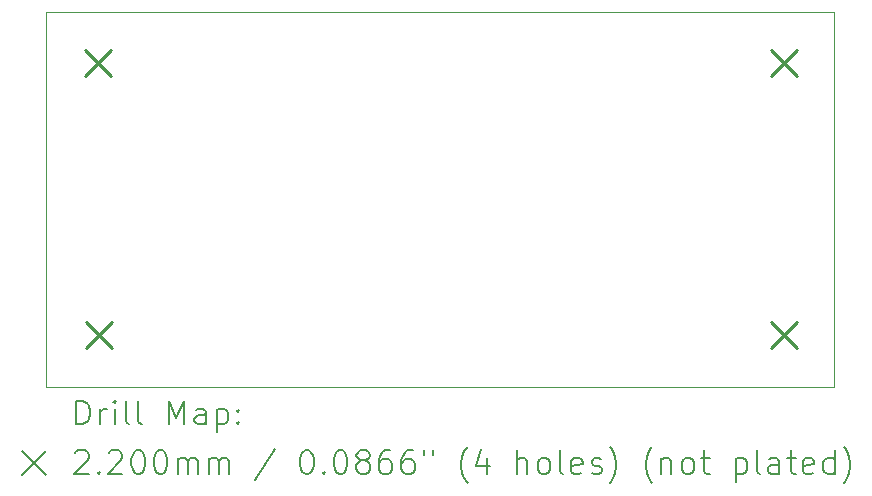
<source format=gbr>
%TF.GenerationSoftware,KiCad,Pcbnew,7.0.10*%
%TF.CreationDate,2024-02-21T14:32:48-05:00*%
%TF.ProjectId,main_buck_board,6d61696e-5f62-4756-936b-5f626f617264,rev?*%
%TF.SameCoordinates,Original*%
%TF.FileFunction,Drillmap*%
%TF.FilePolarity,Positive*%
%FSLAX45Y45*%
G04 Gerber Fmt 4.5, Leading zero omitted, Abs format (unit mm)*
G04 Created by KiCad (PCBNEW 7.0.10) date 2024-02-21 14:32:48*
%MOMM*%
%LPD*%
G01*
G04 APERTURE LIST*
%ADD10C,0.100000*%
%ADD11C,0.200000*%
%ADD12C,0.220000*%
G04 APERTURE END LIST*
D10*
X14339250Y-9398000D02*
X21006750Y-9398000D01*
X21006750Y-12573000D01*
X14339250Y-12573000D01*
X14339250Y-9398000D01*
D11*
D12*
X14671000Y-9721000D02*
X14891000Y-9941000D01*
X14891000Y-9721000D02*
X14671000Y-9941000D01*
X14677000Y-12026000D02*
X14897000Y-12246000D01*
X14897000Y-12026000D02*
X14677000Y-12246000D01*
X20474000Y-9721000D02*
X20694000Y-9941000D01*
X20694000Y-9721000D02*
X20474000Y-9941000D01*
X20474000Y-12020000D02*
X20694000Y-12240000D01*
X20694000Y-12020000D02*
X20474000Y-12240000D01*
D11*
X14595027Y-12889484D02*
X14595027Y-12689484D01*
X14595027Y-12689484D02*
X14642646Y-12689484D01*
X14642646Y-12689484D02*
X14671217Y-12699008D01*
X14671217Y-12699008D02*
X14690265Y-12718055D01*
X14690265Y-12718055D02*
X14699789Y-12737103D01*
X14699789Y-12737103D02*
X14709312Y-12775198D01*
X14709312Y-12775198D02*
X14709312Y-12803769D01*
X14709312Y-12803769D02*
X14699789Y-12841865D01*
X14699789Y-12841865D02*
X14690265Y-12860912D01*
X14690265Y-12860912D02*
X14671217Y-12879960D01*
X14671217Y-12879960D02*
X14642646Y-12889484D01*
X14642646Y-12889484D02*
X14595027Y-12889484D01*
X14795027Y-12889484D02*
X14795027Y-12756150D01*
X14795027Y-12794246D02*
X14804551Y-12775198D01*
X14804551Y-12775198D02*
X14814074Y-12765674D01*
X14814074Y-12765674D02*
X14833122Y-12756150D01*
X14833122Y-12756150D02*
X14852170Y-12756150D01*
X14918836Y-12889484D02*
X14918836Y-12756150D01*
X14918836Y-12689484D02*
X14909312Y-12699008D01*
X14909312Y-12699008D02*
X14918836Y-12708531D01*
X14918836Y-12708531D02*
X14928360Y-12699008D01*
X14928360Y-12699008D02*
X14918836Y-12689484D01*
X14918836Y-12689484D02*
X14918836Y-12708531D01*
X15042646Y-12889484D02*
X15023598Y-12879960D01*
X15023598Y-12879960D02*
X15014074Y-12860912D01*
X15014074Y-12860912D02*
X15014074Y-12689484D01*
X15147408Y-12889484D02*
X15128360Y-12879960D01*
X15128360Y-12879960D02*
X15118836Y-12860912D01*
X15118836Y-12860912D02*
X15118836Y-12689484D01*
X15375979Y-12889484D02*
X15375979Y-12689484D01*
X15375979Y-12689484D02*
X15442646Y-12832341D01*
X15442646Y-12832341D02*
X15509312Y-12689484D01*
X15509312Y-12689484D02*
X15509312Y-12889484D01*
X15690265Y-12889484D02*
X15690265Y-12784722D01*
X15690265Y-12784722D02*
X15680741Y-12765674D01*
X15680741Y-12765674D02*
X15661693Y-12756150D01*
X15661693Y-12756150D02*
X15623598Y-12756150D01*
X15623598Y-12756150D02*
X15604551Y-12765674D01*
X15690265Y-12879960D02*
X15671217Y-12889484D01*
X15671217Y-12889484D02*
X15623598Y-12889484D01*
X15623598Y-12889484D02*
X15604551Y-12879960D01*
X15604551Y-12879960D02*
X15595027Y-12860912D01*
X15595027Y-12860912D02*
X15595027Y-12841865D01*
X15595027Y-12841865D02*
X15604551Y-12822817D01*
X15604551Y-12822817D02*
X15623598Y-12813293D01*
X15623598Y-12813293D02*
X15671217Y-12813293D01*
X15671217Y-12813293D02*
X15690265Y-12803769D01*
X15785503Y-12756150D02*
X15785503Y-12956150D01*
X15785503Y-12765674D02*
X15804551Y-12756150D01*
X15804551Y-12756150D02*
X15842646Y-12756150D01*
X15842646Y-12756150D02*
X15861693Y-12765674D01*
X15861693Y-12765674D02*
X15871217Y-12775198D01*
X15871217Y-12775198D02*
X15880741Y-12794246D01*
X15880741Y-12794246D02*
X15880741Y-12851388D01*
X15880741Y-12851388D02*
X15871217Y-12870436D01*
X15871217Y-12870436D02*
X15861693Y-12879960D01*
X15861693Y-12879960D02*
X15842646Y-12889484D01*
X15842646Y-12889484D02*
X15804551Y-12889484D01*
X15804551Y-12889484D02*
X15785503Y-12879960D01*
X15966455Y-12870436D02*
X15975979Y-12879960D01*
X15975979Y-12879960D02*
X15966455Y-12889484D01*
X15966455Y-12889484D02*
X15956932Y-12879960D01*
X15956932Y-12879960D02*
X15966455Y-12870436D01*
X15966455Y-12870436D02*
X15966455Y-12889484D01*
X15966455Y-12765674D02*
X15975979Y-12775198D01*
X15975979Y-12775198D02*
X15966455Y-12784722D01*
X15966455Y-12784722D02*
X15956932Y-12775198D01*
X15956932Y-12775198D02*
X15966455Y-12765674D01*
X15966455Y-12765674D02*
X15966455Y-12784722D01*
X14134250Y-13118000D02*
X14334250Y-13318000D01*
X14334250Y-13118000D02*
X14134250Y-13318000D01*
X14585503Y-13128531D02*
X14595027Y-13119008D01*
X14595027Y-13119008D02*
X14614074Y-13109484D01*
X14614074Y-13109484D02*
X14661693Y-13109484D01*
X14661693Y-13109484D02*
X14680741Y-13119008D01*
X14680741Y-13119008D02*
X14690265Y-13128531D01*
X14690265Y-13128531D02*
X14699789Y-13147579D01*
X14699789Y-13147579D02*
X14699789Y-13166627D01*
X14699789Y-13166627D02*
X14690265Y-13195198D01*
X14690265Y-13195198D02*
X14575979Y-13309484D01*
X14575979Y-13309484D02*
X14699789Y-13309484D01*
X14785503Y-13290436D02*
X14795027Y-13299960D01*
X14795027Y-13299960D02*
X14785503Y-13309484D01*
X14785503Y-13309484D02*
X14775979Y-13299960D01*
X14775979Y-13299960D02*
X14785503Y-13290436D01*
X14785503Y-13290436D02*
X14785503Y-13309484D01*
X14871217Y-13128531D02*
X14880741Y-13119008D01*
X14880741Y-13119008D02*
X14899789Y-13109484D01*
X14899789Y-13109484D02*
X14947408Y-13109484D01*
X14947408Y-13109484D02*
X14966455Y-13119008D01*
X14966455Y-13119008D02*
X14975979Y-13128531D01*
X14975979Y-13128531D02*
X14985503Y-13147579D01*
X14985503Y-13147579D02*
X14985503Y-13166627D01*
X14985503Y-13166627D02*
X14975979Y-13195198D01*
X14975979Y-13195198D02*
X14861693Y-13309484D01*
X14861693Y-13309484D02*
X14985503Y-13309484D01*
X15109312Y-13109484D02*
X15128360Y-13109484D01*
X15128360Y-13109484D02*
X15147408Y-13119008D01*
X15147408Y-13119008D02*
X15156932Y-13128531D01*
X15156932Y-13128531D02*
X15166455Y-13147579D01*
X15166455Y-13147579D02*
X15175979Y-13185674D01*
X15175979Y-13185674D02*
X15175979Y-13233293D01*
X15175979Y-13233293D02*
X15166455Y-13271388D01*
X15166455Y-13271388D02*
X15156932Y-13290436D01*
X15156932Y-13290436D02*
X15147408Y-13299960D01*
X15147408Y-13299960D02*
X15128360Y-13309484D01*
X15128360Y-13309484D02*
X15109312Y-13309484D01*
X15109312Y-13309484D02*
X15090265Y-13299960D01*
X15090265Y-13299960D02*
X15080741Y-13290436D01*
X15080741Y-13290436D02*
X15071217Y-13271388D01*
X15071217Y-13271388D02*
X15061693Y-13233293D01*
X15061693Y-13233293D02*
X15061693Y-13185674D01*
X15061693Y-13185674D02*
X15071217Y-13147579D01*
X15071217Y-13147579D02*
X15080741Y-13128531D01*
X15080741Y-13128531D02*
X15090265Y-13119008D01*
X15090265Y-13119008D02*
X15109312Y-13109484D01*
X15299789Y-13109484D02*
X15318836Y-13109484D01*
X15318836Y-13109484D02*
X15337884Y-13119008D01*
X15337884Y-13119008D02*
X15347408Y-13128531D01*
X15347408Y-13128531D02*
X15356932Y-13147579D01*
X15356932Y-13147579D02*
X15366455Y-13185674D01*
X15366455Y-13185674D02*
X15366455Y-13233293D01*
X15366455Y-13233293D02*
X15356932Y-13271388D01*
X15356932Y-13271388D02*
X15347408Y-13290436D01*
X15347408Y-13290436D02*
X15337884Y-13299960D01*
X15337884Y-13299960D02*
X15318836Y-13309484D01*
X15318836Y-13309484D02*
X15299789Y-13309484D01*
X15299789Y-13309484D02*
X15280741Y-13299960D01*
X15280741Y-13299960D02*
X15271217Y-13290436D01*
X15271217Y-13290436D02*
X15261693Y-13271388D01*
X15261693Y-13271388D02*
X15252170Y-13233293D01*
X15252170Y-13233293D02*
X15252170Y-13185674D01*
X15252170Y-13185674D02*
X15261693Y-13147579D01*
X15261693Y-13147579D02*
X15271217Y-13128531D01*
X15271217Y-13128531D02*
X15280741Y-13119008D01*
X15280741Y-13119008D02*
X15299789Y-13109484D01*
X15452170Y-13309484D02*
X15452170Y-13176150D01*
X15452170Y-13195198D02*
X15461693Y-13185674D01*
X15461693Y-13185674D02*
X15480741Y-13176150D01*
X15480741Y-13176150D02*
X15509313Y-13176150D01*
X15509313Y-13176150D02*
X15528360Y-13185674D01*
X15528360Y-13185674D02*
X15537884Y-13204722D01*
X15537884Y-13204722D02*
X15537884Y-13309484D01*
X15537884Y-13204722D02*
X15547408Y-13185674D01*
X15547408Y-13185674D02*
X15566455Y-13176150D01*
X15566455Y-13176150D02*
X15595027Y-13176150D01*
X15595027Y-13176150D02*
X15614074Y-13185674D01*
X15614074Y-13185674D02*
X15623598Y-13204722D01*
X15623598Y-13204722D02*
X15623598Y-13309484D01*
X15718836Y-13309484D02*
X15718836Y-13176150D01*
X15718836Y-13195198D02*
X15728360Y-13185674D01*
X15728360Y-13185674D02*
X15747408Y-13176150D01*
X15747408Y-13176150D02*
X15775979Y-13176150D01*
X15775979Y-13176150D02*
X15795027Y-13185674D01*
X15795027Y-13185674D02*
X15804551Y-13204722D01*
X15804551Y-13204722D02*
X15804551Y-13309484D01*
X15804551Y-13204722D02*
X15814074Y-13185674D01*
X15814074Y-13185674D02*
X15833122Y-13176150D01*
X15833122Y-13176150D02*
X15861693Y-13176150D01*
X15861693Y-13176150D02*
X15880741Y-13185674D01*
X15880741Y-13185674D02*
X15890265Y-13204722D01*
X15890265Y-13204722D02*
X15890265Y-13309484D01*
X16280741Y-13099960D02*
X16109313Y-13357103D01*
X16537884Y-13109484D02*
X16556932Y-13109484D01*
X16556932Y-13109484D02*
X16575979Y-13119008D01*
X16575979Y-13119008D02*
X16585503Y-13128531D01*
X16585503Y-13128531D02*
X16595027Y-13147579D01*
X16595027Y-13147579D02*
X16604551Y-13185674D01*
X16604551Y-13185674D02*
X16604551Y-13233293D01*
X16604551Y-13233293D02*
X16595027Y-13271388D01*
X16595027Y-13271388D02*
X16585503Y-13290436D01*
X16585503Y-13290436D02*
X16575979Y-13299960D01*
X16575979Y-13299960D02*
X16556932Y-13309484D01*
X16556932Y-13309484D02*
X16537884Y-13309484D01*
X16537884Y-13309484D02*
X16518836Y-13299960D01*
X16518836Y-13299960D02*
X16509313Y-13290436D01*
X16509313Y-13290436D02*
X16499789Y-13271388D01*
X16499789Y-13271388D02*
X16490265Y-13233293D01*
X16490265Y-13233293D02*
X16490265Y-13185674D01*
X16490265Y-13185674D02*
X16499789Y-13147579D01*
X16499789Y-13147579D02*
X16509313Y-13128531D01*
X16509313Y-13128531D02*
X16518836Y-13119008D01*
X16518836Y-13119008D02*
X16537884Y-13109484D01*
X16690265Y-13290436D02*
X16699789Y-13299960D01*
X16699789Y-13299960D02*
X16690265Y-13309484D01*
X16690265Y-13309484D02*
X16680741Y-13299960D01*
X16680741Y-13299960D02*
X16690265Y-13290436D01*
X16690265Y-13290436D02*
X16690265Y-13309484D01*
X16823598Y-13109484D02*
X16842646Y-13109484D01*
X16842646Y-13109484D02*
X16861694Y-13119008D01*
X16861694Y-13119008D02*
X16871218Y-13128531D01*
X16871218Y-13128531D02*
X16880741Y-13147579D01*
X16880741Y-13147579D02*
X16890265Y-13185674D01*
X16890265Y-13185674D02*
X16890265Y-13233293D01*
X16890265Y-13233293D02*
X16880741Y-13271388D01*
X16880741Y-13271388D02*
X16871218Y-13290436D01*
X16871218Y-13290436D02*
X16861694Y-13299960D01*
X16861694Y-13299960D02*
X16842646Y-13309484D01*
X16842646Y-13309484D02*
X16823598Y-13309484D01*
X16823598Y-13309484D02*
X16804551Y-13299960D01*
X16804551Y-13299960D02*
X16795027Y-13290436D01*
X16795027Y-13290436D02*
X16785503Y-13271388D01*
X16785503Y-13271388D02*
X16775979Y-13233293D01*
X16775979Y-13233293D02*
X16775979Y-13185674D01*
X16775979Y-13185674D02*
X16785503Y-13147579D01*
X16785503Y-13147579D02*
X16795027Y-13128531D01*
X16795027Y-13128531D02*
X16804551Y-13119008D01*
X16804551Y-13119008D02*
X16823598Y-13109484D01*
X17004551Y-13195198D02*
X16985503Y-13185674D01*
X16985503Y-13185674D02*
X16975979Y-13176150D01*
X16975979Y-13176150D02*
X16966456Y-13157103D01*
X16966456Y-13157103D02*
X16966456Y-13147579D01*
X16966456Y-13147579D02*
X16975979Y-13128531D01*
X16975979Y-13128531D02*
X16985503Y-13119008D01*
X16985503Y-13119008D02*
X17004551Y-13109484D01*
X17004551Y-13109484D02*
X17042646Y-13109484D01*
X17042646Y-13109484D02*
X17061694Y-13119008D01*
X17061694Y-13119008D02*
X17071218Y-13128531D01*
X17071218Y-13128531D02*
X17080741Y-13147579D01*
X17080741Y-13147579D02*
X17080741Y-13157103D01*
X17080741Y-13157103D02*
X17071218Y-13176150D01*
X17071218Y-13176150D02*
X17061694Y-13185674D01*
X17061694Y-13185674D02*
X17042646Y-13195198D01*
X17042646Y-13195198D02*
X17004551Y-13195198D01*
X17004551Y-13195198D02*
X16985503Y-13204722D01*
X16985503Y-13204722D02*
X16975979Y-13214246D01*
X16975979Y-13214246D02*
X16966456Y-13233293D01*
X16966456Y-13233293D02*
X16966456Y-13271388D01*
X16966456Y-13271388D02*
X16975979Y-13290436D01*
X16975979Y-13290436D02*
X16985503Y-13299960D01*
X16985503Y-13299960D02*
X17004551Y-13309484D01*
X17004551Y-13309484D02*
X17042646Y-13309484D01*
X17042646Y-13309484D02*
X17061694Y-13299960D01*
X17061694Y-13299960D02*
X17071218Y-13290436D01*
X17071218Y-13290436D02*
X17080741Y-13271388D01*
X17080741Y-13271388D02*
X17080741Y-13233293D01*
X17080741Y-13233293D02*
X17071218Y-13214246D01*
X17071218Y-13214246D02*
X17061694Y-13204722D01*
X17061694Y-13204722D02*
X17042646Y-13195198D01*
X17252170Y-13109484D02*
X17214075Y-13109484D01*
X17214075Y-13109484D02*
X17195027Y-13119008D01*
X17195027Y-13119008D02*
X17185503Y-13128531D01*
X17185503Y-13128531D02*
X17166456Y-13157103D01*
X17166456Y-13157103D02*
X17156932Y-13195198D01*
X17156932Y-13195198D02*
X17156932Y-13271388D01*
X17156932Y-13271388D02*
X17166456Y-13290436D01*
X17166456Y-13290436D02*
X17175979Y-13299960D01*
X17175979Y-13299960D02*
X17195027Y-13309484D01*
X17195027Y-13309484D02*
X17233122Y-13309484D01*
X17233122Y-13309484D02*
X17252170Y-13299960D01*
X17252170Y-13299960D02*
X17261694Y-13290436D01*
X17261694Y-13290436D02*
X17271218Y-13271388D01*
X17271218Y-13271388D02*
X17271218Y-13223769D01*
X17271218Y-13223769D02*
X17261694Y-13204722D01*
X17261694Y-13204722D02*
X17252170Y-13195198D01*
X17252170Y-13195198D02*
X17233122Y-13185674D01*
X17233122Y-13185674D02*
X17195027Y-13185674D01*
X17195027Y-13185674D02*
X17175979Y-13195198D01*
X17175979Y-13195198D02*
X17166456Y-13204722D01*
X17166456Y-13204722D02*
X17156932Y-13223769D01*
X17442646Y-13109484D02*
X17404551Y-13109484D01*
X17404551Y-13109484D02*
X17385503Y-13119008D01*
X17385503Y-13119008D02*
X17375979Y-13128531D01*
X17375979Y-13128531D02*
X17356932Y-13157103D01*
X17356932Y-13157103D02*
X17347408Y-13195198D01*
X17347408Y-13195198D02*
X17347408Y-13271388D01*
X17347408Y-13271388D02*
X17356932Y-13290436D01*
X17356932Y-13290436D02*
X17366456Y-13299960D01*
X17366456Y-13299960D02*
X17385503Y-13309484D01*
X17385503Y-13309484D02*
X17423599Y-13309484D01*
X17423599Y-13309484D02*
X17442646Y-13299960D01*
X17442646Y-13299960D02*
X17452170Y-13290436D01*
X17452170Y-13290436D02*
X17461694Y-13271388D01*
X17461694Y-13271388D02*
X17461694Y-13223769D01*
X17461694Y-13223769D02*
X17452170Y-13204722D01*
X17452170Y-13204722D02*
X17442646Y-13195198D01*
X17442646Y-13195198D02*
X17423599Y-13185674D01*
X17423599Y-13185674D02*
X17385503Y-13185674D01*
X17385503Y-13185674D02*
X17366456Y-13195198D01*
X17366456Y-13195198D02*
X17356932Y-13204722D01*
X17356932Y-13204722D02*
X17347408Y-13223769D01*
X17537884Y-13109484D02*
X17537884Y-13147579D01*
X17614075Y-13109484D02*
X17614075Y-13147579D01*
X17909313Y-13385674D02*
X17899789Y-13376150D01*
X17899789Y-13376150D02*
X17880741Y-13347579D01*
X17880741Y-13347579D02*
X17871218Y-13328531D01*
X17871218Y-13328531D02*
X17861694Y-13299960D01*
X17861694Y-13299960D02*
X17852170Y-13252341D01*
X17852170Y-13252341D02*
X17852170Y-13214246D01*
X17852170Y-13214246D02*
X17861694Y-13166627D01*
X17861694Y-13166627D02*
X17871218Y-13138055D01*
X17871218Y-13138055D02*
X17880741Y-13119008D01*
X17880741Y-13119008D02*
X17899789Y-13090436D01*
X17899789Y-13090436D02*
X17909313Y-13080912D01*
X18071218Y-13176150D02*
X18071218Y-13309484D01*
X18023599Y-13099960D02*
X17975980Y-13242817D01*
X17975980Y-13242817D02*
X18099789Y-13242817D01*
X18328361Y-13309484D02*
X18328361Y-13109484D01*
X18414075Y-13309484D02*
X18414075Y-13204722D01*
X18414075Y-13204722D02*
X18404551Y-13185674D01*
X18404551Y-13185674D02*
X18385503Y-13176150D01*
X18385503Y-13176150D02*
X18356932Y-13176150D01*
X18356932Y-13176150D02*
X18337884Y-13185674D01*
X18337884Y-13185674D02*
X18328361Y-13195198D01*
X18537884Y-13309484D02*
X18518837Y-13299960D01*
X18518837Y-13299960D02*
X18509313Y-13290436D01*
X18509313Y-13290436D02*
X18499789Y-13271388D01*
X18499789Y-13271388D02*
X18499789Y-13214246D01*
X18499789Y-13214246D02*
X18509313Y-13195198D01*
X18509313Y-13195198D02*
X18518837Y-13185674D01*
X18518837Y-13185674D02*
X18537884Y-13176150D01*
X18537884Y-13176150D02*
X18566456Y-13176150D01*
X18566456Y-13176150D02*
X18585503Y-13185674D01*
X18585503Y-13185674D02*
X18595027Y-13195198D01*
X18595027Y-13195198D02*
X18604551Y-13214246D01*
X18604551Y-13214246D02*
X18604551Y-13271388D01*
X18604551Y-13271388D02*
X18595027Y-13290436D01*
X18595027Y-13290436D02*
X18585503Y-13299960D01*
X18585503Y-13299960D02*
X18566456Y-13309484D01*
X18566456Y-13309484D02*
X18537884Y-13309484D01*
X18718837Y-13309484D02*
X18699789Y-13299960D01*
X18699789Y-13299960D02*
X18690265Y-13280912D01*
X18690265Y-13280912D02*
X18690265Y-13109484D01*
X18871218Y-13299960D02*
X18852170Y-13309484D01*
X18852170Y-13309484D02*
X18814075Y-13309484D01*
X18814075Y-13309484D02*
X18795027Y-13299960D01*
X18795027Y-13299960D02*
X18785503Y-13280912D01*
X18785503Y-13280912D02*
X18785503Y-13204722D01*
X18785503Y-13204722D02*
X18795027Y-13185674D01*
X18795027Y-13185674D02*
X18814075Y-13176150D01*
X18814075Y-13176150D02*
X18852170Y-13176150D01*
X18852170Y-13176150D02*
X18871218Y-13185674D01*
X18871218Y-13185674D02*
X18880742Y-13204722D01*
X18880742Y-13204722D02*
X18880742Y-13223769D01*
X18880742Y-13223769D02*
X18785503Y-13242817D01*
X18956932Y-13299960D02*
X18975980Y-13309484D01*
X18975980Y-13309484D02*
X19014075Y-13309484D01*
X19014075Y-13309484D02*
X19033123Y-13299960D01*
X19033123Y-13299960D02*
X19042646Y-13280912D01*
X19042646Y-13280912D02*
X19042646Y-13271388D01*
X19042646Y-13271388D02*
X19033123Y-13252341D01*
X19033123Y-13252341D02*
X19014075Y-13242817D01*
X19014075Y-13242817D02*
X18985503Y-13242817D01*
X18985503Y-13242817D02*
X18966456Y-13233293D01*
X18966456Y-13233293D02*
X18956932Y-13214246D01*
X18956932Y-13214246D02*
X18956932Y-13204722D01*
X18956932Y-13204722D02*
X18966456Y-13185674D01*
X18966456Y-13185674D02*
X18985503Y-13176150D01*
X18985503Y-13176150D02*
X19014075Y-13176150D01*
X19014075Y-13176150D02*
X19033123Y-13185674D01*
X19109313Y-13385674D02*
X19118837Y-13376150D01*
X19118837Y-13376150D02*
X19137884Y-13347579D01*
X19137884Y-13347579D02*
X19147408Y-13328531D01*
X19147408Y-13328531D02*
X19156932Y-13299960D01*
X19156932Y-13299960D02*
X19166456Y-13252341D01*
X19166456Y-13252341D02*
X19166456Y-13214246D01*
X19166456Y-13214246D02*
X19156932Y-13166627D01*
X19156932Y-13166627D02*
X19147408Y-13138055D01*
X19147408Y-13138055D02*
X19137884Y-13119008D01*
X19137884Y-13119008D02*
X19118837Y-13090436D01*
X19118837Y-13090436D02*
X19109313Y-13080912D01*
X19471218Y-13385674D02*
X19461694Y-13376150D01*
X19461694Y-13376150D02*
X19442646Y-13347579D01*
X19442646Y-13347579D02*
X19433123Y-13328531D01*
X19433123Y-13328531D02*
X19423599Y-13299960D01*
X19423599Y-13299960D02*
X19414075Y-13252341D01*
X19414075Y-13252341D02*
X19414075Y-13214246D01*
X19414075Y-13214246D02*
X19423599Y-13166627D01*
X19423599Y-13166627D02*
X19433123Y-13138055D01*
X19433123Y-13138055D02*
X19442646Y-13119008D01*
X19442646Y-13119008D02*
X19461694Y-13090436D01*
X19461694Y-13090436D02*
X19471218Y-13080912D01*
X19547408Y-13176150D02*
X19547408Y-13309484D01*
X19547408Y-13195198D02*
X19556932Y-13185674D01*
X19556932Y-13185674D02*
X19575980Y-13176150D01*
X19575980Y-13176150D02*
X19604551Y-13176150D01*
X19604551Y-13176150D02*
X19623599Y-13185674D01*
X19623599Y-13185674D02*
X19633123Y-13204722D01*
X19633123Y-13204722D02*
X19633123Y-13309484D01*
X19756932Y-13309484D02*
X19737884Y-13299960D01*
X19737884Y-13299960D02*
X19728361Y-13290436D01*
X19728361Y-13290436D02*
X19718837Y-13271388D01*
X19718837Y-13271388D02*
X19718837Y-13214246D01*
X19718837Y-13214246D02*
X19728361Y-13195198D01*
X19728361Y-13195198D02*
X19737884Y-13185674D01*
X19737884Y-13185674D02*
X19756932Y-13176150D01*
X19756932Y-13176150D02*
X19785504Y-13176150D01*
X19785504Y-13176150D02*
X19804551Y-13185674D01*
X19804551Y-13185674D02*
X19814075Y-13195198D01*
X19814075Y-13195198D02*
X19823599Y-13214246D01*
X19823599Y-13214246D02*
X19823599Y-13271388D01*
X19823599Y-13271388D02*
X19814075Y-13290436D01*
X19814075Y-13290436D02*
X19804551Y-13299960D01*
X19804551Y-13299960D02*
X19785504Y-13309484D01*
X19785504Y-13309484D02*
X19756932Y-13309484D01*
X19880742Y-13176150D02*
X19956932Y-13176150D01*
X19909313Y-13109484D02*
X19909313Y-13280912D01*
X19909313Y-13280912D02*
X19918837Y-13299960D01*
X19918837Y-13299960D02*
X19937884Y-13309484D01*
X19937884Y-13309484D02*
X19956932Y-13309484D01*
X20175980Y-13176150D02*
X20175980Y-13376150D01*
X20175980Y-13185674D02*
X20195027Y-13176150D01*
X20195027Y-13176150D02*
X20233123Y-13176150D01*
X20233123Y-13176150D02*
X20252170Y-13185674D01*
X20252170Y-13185674D02*
X20261694Y-13195198D01*
X20261694Y-13195198D02*
X20271218Y-13214246D01*
X20271218Y-13214246D02*
X20271218Y-13271388D01*
X20271218Y-13271388D02*
X20261694Y-13290436D01*
X20261694Y-13290436D02*
X20252170Y-13299960D01*
X20252170Y-13299960D02*
X20233123Y-13309484D01*
X20233123Y-13309484D02*
X20195027Y-13309484D01*
X20195027Y-13309484D02*
X20175980Y-13299960D01*
X20385504Y-13309484D02*
X20366456Y-13299960D01*
X20366456Y-13299960D02*
X20356932Y-13280912D01*
X20356932Y-13280912D02*
X20356932Y-13109484D01*
X20547408Y-13309484D02*
X20547408Y-13204722D01*
X20547408Y-13204722D02*
X20537885Y-13185674D01*
X20537885Y-13185674D02*
X20518837Y-13176150D01*
X20518837Y-13176150D02*
X20480742Y-13176150D01*
X20480742Y-13176150D02*
X20461694Y-13185674D01*
X20547408Y-13299960D02*
X20528361Y-13309484D01*
X20528361Y-13309484D02*
X20480742Y-13309484D01*
X20480742Y-13309484D02*
X20461694Y-13299960D01*
X20461694Y-13299960D02*
X20452170Y-13280912D01*
X20452170Y-13280912D02*
X20452170Y-13261865D01*
X20452170Y-13261865D02*
X20461694Y-13242817D01*
X20461694Y-13242817D02*
X20480742Y-13233293D01*
X20480742Y-13233293D02*
X20528361Y-13233293D01*
X20528361Y-13233293D02*
X20547408Y-13223769D01*
X20614075Y-13176150D02*
X20690265Y-13176150D01*
X20642646Y-13109484D02*
X20642646Y-13280912D01*
X20642646Y-13280912D02*
X20652170Y-13299960D01*
X20652170Y-13299960D02*
X20671218Y-13309484D01*
X20671218Y-13309484D02*
X20690265Y-13309484D01*
X20833123Y-13299960D02*
X20814075Y-13309484D01*
X20814075Y-13309484D02*
X20775980Y-13309484D01*
X20775980Y-13309484D02*
X20756932Y-13299960D01*
X20756932Y-13299960D02*
X20747408Y-13280912D01*
X20747408Y-13280912D02*
X20747408Y-13204722D01*
X20747408Y-13204722D02*
X20756932Y-13185674D01*
X20756932Y-13185674D02*
X20775980Y-13176150D01*
X20775980Y-13176150D02*
X20814075Y-13176150D01*
X20814075Y-13176150D02*
X20833123Y-13185674D01*
X20833123Y-13185674D02*
X20842646Y-13204722D01*
X20842646Y-13204722D02*
X20842646Y-13223769D01*
X20842646Y-13223769D02*
X20747408Y-13242817D01*
X21014075Y-13309484D02*
X21014075Y-13109484D01*
X21014075Y-13299960D02*
X20995027Y-13309484D01*
X20995027Y-13309484D02*
X20956932Y-13309484D01*
X20956932Y-13309484D02*
X20937885Y-13299960D01*
X20937885Y-13299960D02*
X20928361Y-13290436D01*
X20928361Y-13290436D02*
X20918837Y-13271388D01*
X20918837Y-13271388D02*
X20918837Y-13214246D01*
X20918837Y-13214246D02*
X20928361Y-13195198D01*
X20928361Y-13195198D02*
X20937885Y-13185674D01*
X20937885Y-13185674D02*
X20956932Y-13176150D01*
X20956932Y-13176150D02*
X20995027Y-13176150D01*
X20995027Y-13176150D02*
X21014075Y-13185674D01*
X21090266Y-13385674D02*
X21099789Y-13376150D01*
X21099789Y-13376150D02*
X21118837Y-13347579D01*
X21118837Y-13347579D02*
X21128361Y-13328531D01*
X21128361Y-13328531D02*
X21137885Y-13299960D01*
X21137885Y-13299960D02*
X21147408Y-13252341D01*
X21147408Y-13252341D02*
X21147408Y-13214246D01*
X21147408Y-13214246D02*
X21137885Y-13166627D01*
X21137885Y-13166627D02*
X21128361Y-13138055D01*
X21128361Y-13138055D02*
X21118837Y-13119008D01*
X21118837Y-13119008D02*
X21099789Y-13090436D01*
X21099789Y-13090436D02*
X21090266Y-13080912D01*
M02*

</source>
